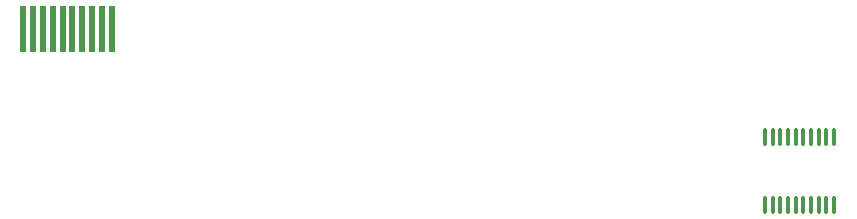
<source format=gbr>
%TF.GenerationSoftware,KiCad,Pcbnew,(6.0.0)*%
%TF.CreationDate,2022-02-02T11:03:40+03:00*%
%TF.ProjectId,Steel_form_Dish_washer,53746565-6c5f-4666-9f72-6d5f44697368,rev?*%
%TF.SameCoordinates,Original*%
%TF.FileFunction,Paste,Bot*%
%TF.FilePolarity,Positive*%
%FSLAX46Y46*%
G04 Gerber Fmt 4.6, Leading zero omitted, Abs format (unit mm)*
G04 Created by KiCad (PCBNEW (6.0.0)) date 2022-02-02 11:03:40*
%MOMM*%
%LPD*%
G01*
G04 APERTURE LIST*
G04 Aperture macros list*
%AMRoundRect*
0 Rectangle with rounded corners*
0 $1 Rounding radius*
0 $2 $3 $4 $5 $6 $7 $8 $9 X,Y pos of 4 corners*
0 Add a 4 corners polygon primitive as box body*
4,1,4,$2,$3,$4,$5,$6,$7,$8,$9,$2,$3,0*
0 Add four circle primitives for the rounded corners*
1,1,$1+$1,$2,$3*
1,1,$1+$1,$4,$5*
1,1,$1+$1,$6,$7*
1,1,$1+$1,$8,$9*
0 Add four rect primitives between the rounded corners*
20,1,$1+$1,$2,$3,$4,$5,0*
20,1,$1+$1,$4,$5,$6,$7,0*
20,1,$1+$1,$6,$7,$8,$9,0*
20,1,$1+$1,$8,$9,$2,$3,0*%
G04 Aperture macros list end*
%ADD10RoundRect,0.100000X0.100000X-0.637500X0.100000X0.637500X-0.100000X0.637500X-0.100000X-0.637500X0*%
%ADD11R,0.500000X4.000000*%
G04 APERTURE END LIST*
D10*
%TO.C,U15*%
X265425000Y-312112500D03*
X264775000Y-312112500D03*
X264125000Y-312112500D03*
X263475000Y-312112500D03*
X262825000Y-312112500D03*
X262175000Y-312112500D03*
X261525000Y-312112500D03*
X260875000Y-312112500D03*
X260225000Y-312112500D03*
X259575000Y-312112500D03*
X259575000Y-306387500D03*
X260225000Y-306387500D03*
X260875000Y-306387500D03*
X261525000Y-306387500D03*
X262175000Y-306387500D03*
X262825000Y-306387500D03*
X263475000Y-306387500D03*
X264125000Y-306387500D03*
X264775000Y-306387500D03*
X265425000Y-306387500D03*
%TD*%
D11*
%TO.C,J8*%
X204252000Y-297180000D03*
X203422000Y-297180000D03*
X202592000Y-297180000D03*
X201762000Y-297180000D03*
X200932000Y-297180000D03*
X200102000Y-297180000D03*
X199272000Y-297180000D03*
X198442000Y-297180000D03*
X197612000Y-297180000D03*
X196782000Y-297180000D03*
%TD*%
M02*

</source>
